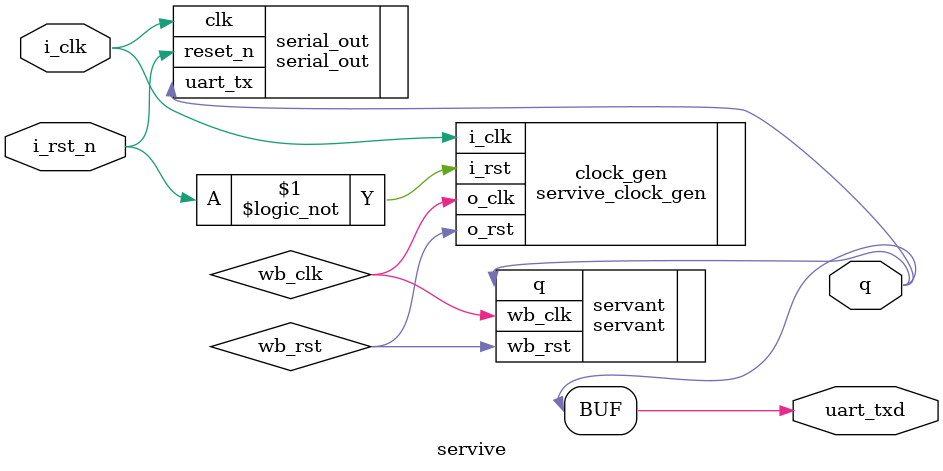
<source format=v>
`default_nettype none
module servive
(
 input wire 	   i_clk,
 input wire 	   i_rst_n,
 output wire 	   q,
 output wire 	   uart_txd);

   parameter memfile = "zephyr_hello.hex";
   parameter memsize = 8192;

   wire      wb_clk;
   wire      wb_rst;

   assign uart_txd = q;

   servive_clock_gen clock_gen
     (.i_clk (i_clk),
      .i_rst (!i_rst_n),
      .o_clk (wb_clk),
      .o_rst (wb_rst));

   servant
     #(.memfile (memfile),
       .memsize (memsize))
   servant
     (.wb_clk (wb_clk),
      .wb_rst (wb_rst),
      .q      (q));
		
	
	serial_out serial_out
		(.clk(i_clk),
       .reset_n(i_rst_n),
       .uart_tx(q));

endmodule

</source>
